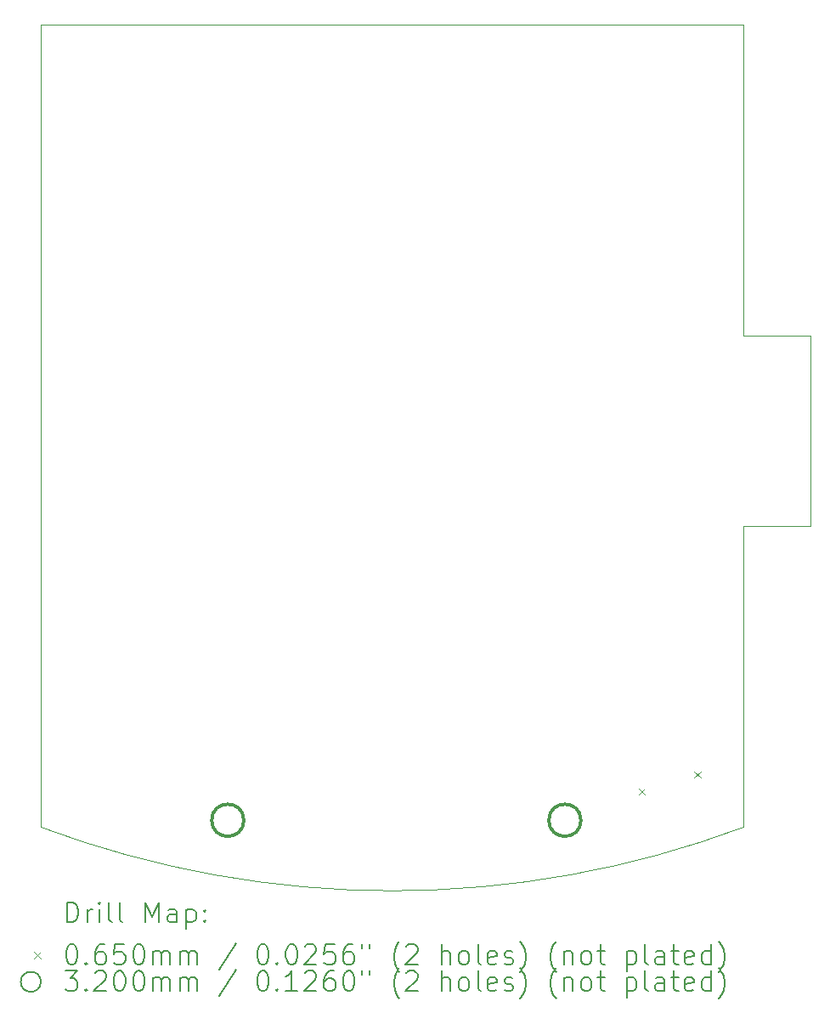
<source format=gbr>
%TF.GenerationSoftware,KiCad,Pcbnew,9.0.2*%
%TF.CreationDate,2025-09-19T20:00:31+02:00*%
%TF.ProjectId,LumiCtrl,4c756d69-4374-4726-9c2e-6b696361645f,rev?*%
%TF.SameCoordinates,Original*%
%TF.FileFunction,Drillmap*%
%TF.FilePolarity,Positive*%
%FSLAX45Y45*%
G04 Gerber Fmt 4.5, Leading zero omitted, Abs format (unit mm)*
G04 Created by KiCad (PCBNEW 9.0.2) date 2025-09-19 20:00:31*
%MOMM*%
%LPD*%
G01*
G04 APERTURE LIST*
%ADD10C,0.050000*%
%ADD11C,0.200000*%
%ADD12C,0.100000*%
%ADD13C,0.320000*%
G04 APERTURE END LIST*
D10*
X19000000Y-13000000D02*
X19000000Y-10000000D01*
X12000000Y-5000000D02*
X19000000Y-5000000D01*
X19000000Y-10000000D02*
X19667000Y-10000000D01*
X19000000Y-8100000D02*
X19667000Y-8100000D01*
X12000000Y-13000000D02*
X12000000Y-5000000D01*
X19667000Y-8100000D02*
X19667000Y-10000000D01*
X19000000Y-8100000D02*
X19000000Y-5000000D01*
X19000000Y-13000000D02*
G75*
G02*
X12000000Y-13000000I-3500000J9360000D01*
G01*
D11*
D12*
X17954965Y-12612878D02*
X18019965Y-12677878D01*
X18019965Y-12612878D02*
X17954965Y-12677878D01*
X18507709Y-12443887D02*
X18572709Y-12508887D01*
X18572709Y-12443887D02*
X18507709Y-12508887D01*
D13*
X14020000Y-12930000D02*
G75*
G02*
X13700000Y-12930000I-160000J0D01*
G01*
X13700000Y-12930000D02*
G75*
G02*
X14020000Y-12930000I160000J0D01*
G01*
X17380000Y-12930000D02*
G75*
G02*
X17060000Y-12930000I-160000J0D01*
G01*
X17060000Y-12930000D02*
G75*
G02*
X17380000Y-12930000I160000J0D01*
G01*
D11*
X12258277Y-13946961D02*
X12258277Y-13746961D01*
X12258277Y-13746961D02*
X12305896Y-13746961D01*
X12305896Y-13746961D02*
X12334467Y-13756485D01*
X12334467Y-13756485D02*
X12353515Y-13775533D01*
X12353515Y-13775533D02*
X12363039Y-13794580D01*
X12363039Y-13794580D02*
X12372562Y-13832675D01*
X12372562Y-13832675D02*
X12372562Y-13861247D01*
X12372562Y-13861247D02*
X12363039Y-13899342D01*
X12363039Y-13899342D02*
X12353515Y-13918390D01*
X12353515Y-13918390D02*
X12334467Y-13937437D01*
X12334467Y-13937437D02*
X12305896Y-13946961D01*
X12305896Y-13946961D02*
X12258277Y-13946961D01*
X12458277Y-13946961D02*
X12458277Y-13813628D01*
X12458277Y-13851723D02*
X12467801Y-13832675D01*
X12467801Y-13832675D02*
X12477324Y-13823152D01*
X12477324Y-13823152D02*
X12496372Y-13813628D01*
X12496372Y-13813628D02*
X12515420Y-13813628D01*
X12582086Y-13946961D02*
X12582086Y-13813628D01*
X12582086Y-13746961D02*
X12572562Y-13756485D01*
X12572562Y-13756485D02*
X12582086Y-13766009D01*
X12582086Y-13766009D02*
X12591610Y-13756485D01*
X12591610Y-13756485D02*
X12582086Y-13746961D01*
X12582086Y-13746961D02*
X12582086Y-13766009D01*
X12705896Y-13946961D02*
X12686848Y-13937437D01*
X12686848Y-13937437D02*
X12677324Y-13918390D01*
X12677324Y-13918390D02*
X12677324Y-13746961D01*
X12810658Y-13946961D02*
X12791610Y-13937437D01*
X12791610Y-13937437D02*
X12782086Y-13918390D01*
X12782086Y-13918390D02*
X12782086Y-13746961D01*
X13039229Y-13946961D02*
X13039229Y-13746961D01*
X13039229Y-13746961D02*
X13105896Y-13889818D01*
X13105896Y-13889818D02*
X13172562Y-13746961D01*
X13172562Y-13746961D02*
X13172562Y-13946961D01*
X13353515Y-13946961D02*
X13353515Y-13842199D01*
X13353515Y-13842199D02*
X13343991Y-13823152D01*
X13343991Y-13823152D02*
X13324943Y-13813628D01*
X13324943Y-13813628D02*
X13286848Y-13813628D01*
X13286848Y-13813628D02*
X13267801Y-13823152D01*
X13353515Y-13937437D02*
X13334467Y-13946961D01*
X13334467Y-13946961D02*
X13286848Y-13946961D01*
X13286848Y-13946961D02*
X13267801Y-13937437D01*
X13267801Y-13937437D02*
X13258277Y-13918390D01*
X13258277Y-13918390D02*
X13258277Y-13899342D01*
X13258277Y-13899342D02*
X13267801Y-13880295D01*
X13267801Y-13880295D02*
X13286848Y-13870771D01*
X13286848Y-13870771D02*
X13334467Y-13870771D01*
X13334467Y-13870771D02*
X13353515Y-13861247D01*
X13448753Y-13813628D02*
X13448753Y-14013628D01*
X13448753Y-13823152D02*
X13467801Y-13813628D01*
X13467801Y-13813628D02*
X13505896Y-13813628D01*
X13505896Y-13813628D02*
X13524943Y-13823152D01*
X13524943Y-13823152D02*
X13534467Y-13832675D01*
X13534467Y-13832675D02*
X13543991Y-13851723D01*
X13543991Y-13851723D02*
X13543991Y-13908866D01*
X13543991Y-13908866D02*
X13534467Y-13927914D01*
X13534467Y-13927914D02*
X13524943Y-13937437D01*
X13524943Y-13937437D02*
X13505896Y-13946961D01*
X13505896Y-13946961D02*
X13467801Y-13946961D01*
X13467801Y-13946961D02*
X13448753Y-13937437D01*
X13629705Y-13927914D02*
X13639229Y-13937437D01*
X13639229Y-13937437D02*
X13629705Y-13946961D01*
X13629705Y-13946961D02*
X13620182Y-13937437D01*
X13620182Y-13937437D02*
X13629705Y-13927914D01*
X13629705Y-13927914D02*
X13629705Y-13946961D01*
X13629705Y-13823152D02*
X13639229Y-13832675D01*
X13639229Y-13832675D02*
X13629705Y-13842199D01*
X13629705Y-13842199D02*
X13620182Y-13832675D01*
X13620182Y-13832675D02*
X13629705Y-13823152D01*
X13629705Y-13823152D02*
X13629705Y-13842199D01*
D12*
X11932500Y-14242977D02*
X11997500Y-14307977D01*
X11997500Y-14242977D02*
X11932500Y-14307977D01*
D11*
X12296372Y-14166961D02*
X12315420Y-14166961D01*
X12315420Y-14166961D02*
X12334467Y-14176485D01*
X12334467Y-14176485D02*
X12343991Y-14186009D01*
X12343991Y-14186009D02*
X12353515Y-14205056D01*
X12353515Y-14205056D02*
X12363039Y-14243152D01*
X12363039Y-14243152D02*
X12363039Y-14290771D01*
X12363039Y-14290771D02*
X12353515Y-14328866D01*
X12353515Y-14328866D02*
X12343991Y-14347914D01*
X12343991Y-14347914D02*
X12334467Y-14357437D01*
X12334467Y-14357437D02*
X12315420Y-14366961D01*
X12315420Y-14366961D02*
X12296372Y-14366961D01*
X12296372Y-14366961D02*
X12277324Y-14357437D01*
X12277324Y-14357437D02*
X12267801Y-14347914D01*
X12267801Y-14347914D02*
X12258277Y-14328866D01*
X12258277Y-14328866D02*
X12248753Y-14290771D01*
X12248753Y-14290771D02*
X12248753Y-14243152D01*
X12248753Y-14243152D02*
X12258277Y-14205056D01*
X12258277Y-14205056D02*
X12267801Y-14186009D01*
X12267801Y-14186009D02*
X12277324Y-14176485D01*
X12277324Y-14176485D02*
X12296372Y-14166961D01*
X12448753Y-14347914D02*
X12458277Y-14357437D01*
X12458277Y-14357437D02*
X12448753Y-14366961D01*
X12448753Y-14366961D02*
X12439229Y-14357437D01*
X12439229Y-14357437D02*
X12448753Y-14347914D01*
X12448753Y-14347914D02*
X12448753Y-14366961D01*
X12629705Y-14166961D02*
X12591610Y-14166961D01*
X12591610Y-14166961D02*
X12572562Y-14176485D01*
X12572562Y-14176485D02*
X12563039Y-14186009D01*
X12563039Y-14186009D02*
X12543991Y-14214580D01*
X12543991Y-14214580D02*
X12534467Y-14252675D01*
X12534467Y-14252675D02*
X12534467Y-14328866D01*
X12534467Y-14328866D02*
X12543991Y-14347914D01*
X12543991Y-14347914D02*
X12553515Y-14357437D01*
X12553515Y-14357437D02*
X12572562Y-14366961D01*
X12572562Y-14366961D02*
X12610658Y-14366961D01*
X12610658Y-14366961D02*
X12629705Y-14357437D01*
X12629705Y-14357437D02*
X12639229Y-14347914D01*
X12639229Y-14347914D02*
X12648753Y-14328866D01*
X12648753Y-14328866D02*
X12648753Y-14281247D01*
X12648753Y-14281247D02*
X12639229Y-14262199D01*
X12639229Y-14262199D02*
X12629705Y-14252675D01*
X12629705Y-14252675D02*
X12610658Y-14243152D01*
X12610658Y-14243152D02*
X12572562Y-14243152D01*
X12572562Y-14243152D02*
X12553515Y-14252675D01*
X12553515Y-14252675D02*
X12543991Y-14262199D01*
X12543991Y-14262199D02*
X12534467Y-14281247D01*
X12829705Y-14166961D02*
X12734467Y-14166961D01*
X12734467Y-14166961D02*
X12724943Y-14262199D01*
X12724943Y-14262199D02*
X12734467Y-14252675D01*
X12734467Y-14252675D02*
X12753515Y-14243152D01*
X12753515Y-14243152D02*
X12801134Y-14243152D01*
X12801134Y-14243152D02*
X12820182Y-14252675D01*
X12820182Y-14252675D02*
X12829705Y-14262199D01*
X12829705Y-14262199D02*
X12839229Y-14281247D01*
X12839229Y-14281247D02*
X12839229Y-14328866D01*
X12839229Y-14328866D02*
X12829705Y-14347914D01*
X12829705Y-14347914D02*
X12820182Y-14357437D01*
X12820182Y-14357437D02*
X12801134Y-14366961D01*
X12801134Y-14366961D02*
X12753515Y-14366961D01*
X12753515Y-14366961D02*
X12734467Y-14357437D01*
X12734467Y-14357437D02*
X12724943Y-14347914D01*
X12963039Y-14166961D02*
X12982086Y-14166961D01*
X12982086Y-14166961D02*
X13001134Y-14176485D01*
X13001134Y-14176485D02*
X13010658Y-14186009D01*
X13010658Y-14186009D02*
X13020182Y-14205056D01*
X13020182Y-14205056D02*
X13029705Y-14243152D01*
X13029705Y-14243152D02*
X13029705Y-14290771D01*
X13029705Y-14290771D02*
X13020182Y-14328866D01*
X13020182Y-14328866D02*
X13010658Y-14347914D01*
X13010658Y-14347914D02*
X13001134Y-14357437D01*
X13001134Y-14357437D02*
X12982086Y-14366961D01*
X12982086Y-14366961D02*
X12963039Y-14366961D01*
X12963039Y-14366961D02*
X12943991Y-14357437D01*
X12943991Y-14357437D02*
X12934467Y-14347914D01*
X12934467Y-14347914D02*
X12924943Y-14328866D01*
X12924943Y-14328866D02*
X12915420Y-14290771D01*
X12915420Y-14290771D02*
X12915420Y-14243152D01*
X12915420Y-14243152D02*
X12924943Y-14205056D01*
X12924943Y-14205056D02*
X12934467Y-14186009D01*
X12934467Y-14186009D02*
X12943991Y-14176485D01*
X12943991Y-14176485D02*
X12963039Y-14166961D01*
X13115420Y-14366961D02*
X13115420Y-14233628D01*
X13115420Y-14252675D02*
X13124943Y-14243152D01*
X13124943Y-14243152D02*
X13143991Y-14233628D01*
X13143991Y-14233628D02*
X13172563Y-14233628D01*
X13172563Y-14233628D02*
X13191610Y-14243152D01*
X13191610Y-14243152D02*
X13201134Y-14262199D01*
X13201134Y-14262199D02*
X13201134Y-14366961D01*
X13201134Y-14262199D02*
X13210658Y-14243152D01*
X13210658Y-14243152D02*
X13229705Y-14233628D01*
X13229705Y-14233628D02*
X13258277Y-14233628D01*
X13258277Y-14233628D02*
X13277324Y-14243152D01*
X13277324Y-14243152D02*
X13286848Y-14262199D01*
X13286848Y-14262199D02*
X13286848Y-14366961D01*
X13382086Y-14366961D02*
X13382086Y-14233628D01*
X13382086Y-14252675D02*
X13391610Y-14243152D01*
X13391610Y-14243152D02*
X13410658Y-14233628D01*
X13410658Y-14233628D02*
X13439229Y-14233628D01*
X13439229Y-14233628D02*
X13458277Y-14243152D01*
X13458277Y-14243152D02*
X13467801Y-14262199D01*
X13467801Y-14262199D02*
X13467801Y-14366961D01*
X13467801Y-14262199D02*
X13477324Y-14243152D01*
X13477324Y-14243152D02*
X13496372Y-14233628D01*
X13496372Y-14233628D02*
X13524943Y-14233628D01*
X13524943Y-14233628D02*
X13543991Y-14243152D01*
X13543991Y-14243152D02*
X13553515Y-14262199D01*
X13553515Y-14262199D02*
X13553515Y-14366961D01*
X13943991Y-14157437D02*
X13772563Y-14414580D01*
X14201134Y-14166961D02*
X14220182Y-14166961D01*
X14220182Y-14166961D02*
X14239229Y-14176485D01*
X14239229Y-14176485D02*
X14248753Y-14186009D01*
X14248753Y-14186009D02*
X14258277Y-14205056D01*
X14258277Y-14205056D02*
X14267801Y-14243152D01*
X14267801Y-14243152D02*
X14267801Y-14290771D01*
X14267801Y-14290771D02*
X14258277Y-14328866D01*
X14258277Y-14328866D02*
X14248753Y-14347914D01*
X14248753Y-14347914D02*
X14239229Y-14357437D01*
X14239229Y-14357437D02*
X14220182Y-14366961D01*
X14220182Y-14366961D02*
X14201134Y-14366961D01*
X14201134Y-14366961D02*
X14182086Y-14357437D01*
X14182086Y-14357437D02*
X14172563Y-14347914D01*
X14172563Y-14347914D02*
X14163039Y-14328866D01*
X14163039Y-14328866D02*
X14153515Y-14290771D01*
X14153515Y-14290771D02*
X14153515Y-14243152D01*
X14153515Y-14243152D02*
X14163039Y-14205056D01*
X14163039Y-14205056D02*
X14172563Y-14186009D01*
X14172563Y-14186009D02*
X14182086Y-14176485D01*
X14182086Y-14176485D02*
X14201134Y-14166961D01*
X14353515Y-14347914D02*
X14363039Y-14357437D01*
X14363039Y-14357437D02*
X14353515Y-14366961D01*
X14353515Y-14366961D02*
X14343991Y-14357437D01*
X14343991Y-14357437D02*
X14353515Y-14347914D01*
X14353515Y-14347914D02*
X14353515Y-14366961D01*
X14486848Y-14166961D02*
X14505896Y-14166961D01*
X14505896Y-14166961D02*
X14524944Y-14176485D01*
X14524944Y-14176485D02*
X14534467Y-14186009D01*
X14534467Y-14186009D02*
X14543991Y-14205056D01*
X14543991Y-14205056D02*
X14553515Y-14243152D01*
X14553515Y-14243152D02*
X14553515Y-14290771D01*
X14553515Y-14290771D02*
X14543991Y-14328866D01*
X14543991Y-14328866D02*
X14534467Y-14347914D01*
X14534467Y-14347914D02*
X14524944Y-14357437D01*
X14524944Y-14357437D02*
X14505896Y-14366961D01*
X14505896Y-14366961D02*
X14486848Y-14366961D01*
X14486848Y-14366961D02*
X14467801Y-14357437D01*
X14467801Y-14357437D02*
X14458277Y-14347914D01*
X14458277Y-14347914D02*
X14448753Y-14328866D01*
X14448753Y-14328866D02*
X14439229Y-14290771D01*
X14439229Y-14290771D02*
X14439229Y-14243152D01*
X14439229Y-14243152D02*
X14448753Y-14205056D01*
X14448753Y-14205056D02*
X14458277Y-14186009D01*
X14458277Y-14186009D02*
X14467801Y-14176485D01*
X14467801Y-14176485D02*
X14486848Y-14166961D01*
X14629706Y-14186009D02*
X14639229Y-14176485D01*
X14639229Y-14176485D02*
X14658277Y-14166961D01*
X14658277Y-14166961D02*
X14705896Y-14166961D01*
X14705896Y-14166961D02*
X14724944Y-14176485D01*
X14724944Y-14176485D02*
X14734467Y-14186009D01*
X14734467Y-14186009D02*
X14743991Y-14205056D01*
X14743991Y-14205056D02*
X14743991Y-14224104D01*
X14743991Y-14224104D02*
X14734467Y-14252675D01*
X14734467Y-14252675D02*
X14620182Y-14366961D01*
X14620182Y-14366961D02*
X14743991Y-14366961D01*
X14924944Y-14166961D02*
X14829706Y-14166961D01*
X14829706Y-14166961D02*
X14820182Y-14262199D01*
X14820182Y-14262199D02*
X14829706Y-14252675D01*
X14829706Y-14252675D02*
X14848753Y-14243152D01*
X14848753Y-14243152D02*
X14896372Y-14243152D01*
X14896372Y-14243152D02*
X14915420Y-14252675D01*
X14915420Y-14252675D02*
X14924944Y-14262199D01*
X14924944Y-14262199D02*
X14934467Y-14281247D01*
X14934467Y-14281247D02*
X14934467Y-14328866D01*
X14934467Y-14328866D02*
X14924944Y-14347914D01*
X14924944Y-14347914D02*
X14915420Y-14357437D01*
X14915420Y-14357437D02*
X14896372Y-14366961D01*
X14896372Y-14366961D02*
X14848753Y-14366961D01*
X14848753Y-14366961D02*
X14829706Y-14357437D01*
X14829706Y-14357437D02*
X14820182Y-14347914D01*
X15105896Y-14166961D02*
X15067801Y-14166961D01*
X15067801Y-14166961D02*
X15048753Y-14176485D01*
X15048753Y-14176485D02*
X15039229Y-14186009D01*
X15039229Y-14186009D02*
X15020182Y-14214580D01*
X15020182Y-14214580D02*
X15010658Y-14252675D01*
X15010658Y-14252675D02*
X15010658Y-14328866D01*
X15010658Y-14328866D02*
X15020182Y-14347914D01*
X15020182Y-14347914D02*
X15029706Y-14357437D01*
X15029706Y-14357437D02*
X15048753Y-14366961D01*
X15048753Y-14366961D02*
X15086848Y-14366961D01*
X15086848Y-14366961D02*
X15105896Y-14357437D01*
X15105896Y-14357437D02*
X15115420Y-14347914D01*
X15115420Y-14347914D02*
X15124944Y-14328866D01*
X15124944Y-14328866D02*
X15124944Y-14281247D01*
X15124944Y-14281247D02*
X15115420Y-14262199D01*
X15115420Y-14262199D02*
X15105896Y-14252675D01*
X15105896Y-14252675D02*
X15086848Y-14243152D01*
X15086848Y-14243152D02*
X15048753Y-14243152D01*
X15048753Y-14243152D02*
X15029706Y-14252675D01*
X15029706Y-14252675D02*
X15020182Y-14262199D01*
X15020182Y-14262199D02*
X15010658Y-14281247D01*
X15201134Y-14166961D02*
X15201134Y-14205056D01*
X15277325Y-14166961D02*
X15277325Y-14205056D01*
X15572563Y-14443152D02*
X15563039Y-14433628D01*
X15563039Y-14433628D02*
X15543991Y-14405056D01*
X15543991Y-14405056D02*
X15534468Y-14386009D01*
X15534468Y-14386009D02*
X15524944Y-14357437D01*
X15524944Y-14357437D02*
X15515420Y-14309818D01*
X15515420Y-14309818D02*
X15515420Y-14271723D01*
X15515420Y-14271723D02*
X15524944Y-14224104D01*
X15524944Y-14224104D02*
X15534468Y-14195533D01*
X15534468Y-14195533D02*
X15543991Y-14176485D01*
X15543991Y-14176485D02*
X15563039Y-14147914D01*
X15563039Y-14147914D02*
X15572563Y-14138390D01*
X15639229Y-14186009D02*
X15648753Y-14176485D01*
X15648753Y-14176485D02*
X15667801Y-14166961D01*
X15667801Y-14166961D02*
X15715420Y-14166961D01*
X15715420Y-14166961D02*
X15734468Y-14176485D01*
X15734468Y-14176485D02*
X15743991Y-14186009D01*
X15743991Y-14186009D02*
X15753515Y-14205056D01*
X15753515Y-14205056D02*
X15753515Y-14224104D01*
X15753515Y-14224104D02*
X15743991Y-14252675D01*
X15743991Y-14252675D02*
X15629706Y-14366961D01*
X15629706Y-14366961D02*
X15753515Y-14366961D01*
X15991610Y-14366961D02*
X15991610Y-14166961D01*
X16077325Y-14366961D02*
X16077325Y-14262199D01*
X16077325Y-14262199D02*
X16067801Y-14243152D01*
X16067801Y-14243152D02*
X16048753Y-14233628D01*
X16048753Y-14233628D02*
X16020182Y-14233628D01*
X16020182Y-14233628D02*
X16001134Y-14243152D01*
X16001134Y-14243152D02*
X15991610Y-14252675D01*
X16201134Y-14366961D02*
X16182087Y-14357437D01*
X16182087Y-14357437D02*
X16172563Y-14347914D01*
X16172563Y-14347914D02*
X16163039Y-14328866D01*
X16163039Y-14328866D02*
X16163039Y-14271723D01*
X16163039Y-14271723D02*
X16172563Y-14252675D01*
X16172563Y-14252675D02*
X16182087Y-14243152D01*
X16182087Y-14243152D02*
X16201134Y-14233628D01*
X16201134Y-14233628D02*
X16229706Y-14233628D01*
X16229706Y-14233628D02*
X16248753Y-14243152D01*
X16248753Y-14243152D02*
X16258277Y-14252675D01*
X16258277Y-14252675D02*
X16267801Y-14271723D01*
X16267801Y-14271723D02*
X16267801Y-14328866D01*
X16267801Y-14328866D02*
X16258277Y-14347914D01*
X16258277Y-14347914D02*
X16248753Y-14357437D01*
X16248753Y-14357437D02*
X16229706Y-14366961D01*
X16229706Y-14366961D02*
X16201134Y-14366961D01*
X16382087Y-14366961D02*
X16363039Y-14357437D01*
X16363039Y-14357437D02*
X16353515Y-14338390D01*
X16353515Y-14338390D02*
X16353515Y-14166961D01*
X16534468Y-14357437D02*
X16515420Y-14366961D01*
X16515420Y-14366961D02*
X16477325Y-14366961D01*
X16477325Y-14366961D02*
X16458277Y-14357437D01*
X16458277Y-14357437D02*
X16448753Y-14338390D01*
X16448753Y-14338390D02*
X16448753Y-14262199D01*
X16448753Y-14262199D02*
X16458277Y-14243152D01*
X16458277Y-14243152D02*
X16477325Y-14233628D01*
X16477325Y-14233628D02*
X16515420Y-14233628D01*
X16515420Y-14233628D02*
X16534468Y-14243152D01*
X16534468Y-14243152D02*
X16543991Y-14262199D01*
X16543991Y-14262199D02*
X16543991Y-14281247D01*
X16543991Y-14281247D02*
X16448753Y-14300295D01*
X16620182Y-14357437D02*
X16639230Y-14366961D01*
X16639230Y-14366961D02*
X16677325Y-14366961D01*
X16677325Y-14366961D02*
X16696372Y-14357437D01*
X16696372Y-14357437D02*
X16705896Y-14338390D01*
X16705896Y-14338390D02*
X16705896Y-14328866D01*
X16705896Y-14328866D02*
X16696372Y-14309818D01*
X16696372Y-14309818D02*
X16677325Y-14300295D01*
X16677325Y-14300295D02*
X16648753Y-14300295D01*
X16648753Y-14300295D02*
X16629706Y-14290771D01*
X16629706Y-14290771D02*
X16620182Y-14271723D01*
X16620182Y-14271723D02*
X16620182Y-14262199D01*
X16620182Y-14262199D02*
X16629706Y-14243152D01*
X16629706Y-14243152D02*
X16648753Y-14233628D01*
X16648753Y-14233628D02*
X16677325Y-14233628D01*
X16677325Y-14233628D02*
X16696372Y-14243152D01*
X16772563Y-14443152D02*
X16782087Y-14433628D01*
X16782087Y-14433628D02*
X16801134Y-14405056D01*
X16801134Y-14405056D02*
X16810658Y-14386009D01*
X16810658Y-14386009D02*
X16820182Y-14357437D01*
X16820182Y-14357437D02*
X16829706Y-14309818D01*
X16829706Y-14309818D02*
X16829706Y-14271723D01*
X16829706Y-14271723D02*
X16820182Y-14224104D01*
X16820182Y-14224104D02*
X16810658Y-14195533D01*
X16810658Y-14195533D02*
X16801134Y-14176485D01*
X16801134Y-14176485D02*
X16782087Y-14147914D01*
X16782087Y-14147914D02*
X16772563Y-14138390D01*
X17134468Y-14443152D02*
X17124944Y-14433628D01*
X17124944Y-14433628D02*
X17105896Y-14405056D01*
X17105896Y-14405056D02*
X17096373Y-14386009D01*
X17096373Y-14386009D02*
X17086849Y-14357437D01*
X17086849Y-14357437D02*
X17077325Y-14309818D01*
X17077325Y-14309818D02*
X17077325Y-14271723D01*
X17077325Y-14271723D02*
X17086849Y-14224104D01*
X17086849Y-14224104D02*
X17096373Y-14195533D01*
X17096373Y-14195533D02*
X17105896Y-14176485D01*
X17105896Y-14176485D02*
X17124944Y-14147914D01*
X17124944Y-14147914D02*
X17134468Y-14138390D01*
X17210658Y-14233628D02*
X17210658Y-14366961D01*
X17210658Y-14252675D02*
X17220182Y-14243152D01*
X17220182Y-14243152D02*
X17239230Y-14233628D01*
X17239230Y-14233628D02*
X17267801Y-14233628D01*
X17267801Y-14233628D02*
X17286849Y-14243152D01*
X17286849Y-14243152D02*
X17296373Y-14262199D01*
X17296373Y-14262199D02*
X17296373Y-14366961D01*
X17420182Y-14366961D02*
X17401134Y-14357437D01*
X17401134Y-14357437D02*
X17391611Y-14347914D01*
X17391611Y-14347914D02*
X17382087Y-14328866D01*
X17382087Y-14328866D02*
X17382087Y-14271723D01*
X17382087Y-14271723D02*
X17391611Y-14252675D01*
X17391611Y-14252675D02*
X17401134Y-14243152D01*
X17401134Y-14243152D02*
X17420182Y-14233628D01*
X17420182Y-14233628D02*
X17448754Y-14233628D01*
X17448754Y-14233628D02*
X17467801Y-14243152D01*
X17467801Y-14243152D02*
X17477325Y-14252675D01*
X17477325Y-14252675D02*
X17486849Y-14271723D01*
X17486849Y-14271723D02*
X17486849Y-14328866D01*
X17486849Y-14328866D02*
X17477325Y-14347914D01*
X17477325Y-14347914D02*
X17467801Y-14357437D01*
X17467801Y-14357437D02*
X17448754Y-14366961D01*
X17448754Y-14366961D02*
X17420182Y-14366961D01*
X17543992Y-14233628D02*
X17620182Y-14233628D01*
X17572563Y-14166961D02*
X17572563Y-14338390D01*
X17572563Y-14338390D02*
X17582087Y-14357437D01*
X17582087Y-14357437D02*
X17601134Y-14366961D01*
X17601134Y-14366961D02*
X17620182Y-14366961D01*
X17839230Y-14233628D02*
X17839230Y-14433628D01*
X17839230Y-14243152D02*
X17858277Y-14233628D01*
X17858277Y-14233628D02*
X17896373Y-14233628D01*
X17896373Y-14233628D02*
X17915420Y-14243152D01*
X17915420Y-14243152D02*
X17924944Y-14252675D01*
X17924944Y-14252675D02*
X17934468Y-14271723D01*
X17934468Y-14271723D02*
X17934468Y-14328866D01*
X17934468Y-14328866D02*
X17924944Y-14347914D01*
X17924944Y-14347914D02*
X17915420Y-14357437D01*
X17915420Y-14357437D02*
X17896373Y-14366961D01*
X17896373Y-14366961D02*
X17858277Y-14366961D01*
X17858277Y-14366961D02*
X17839230Y-14357437D01*
X18048754Y-14366961D02*
X18029706Y-14357437D01*
X18029706Y-14357437D02*
X18020182Y-14338390D01*
X18020182Y-14338390D02*
X18020182Y-14166961D01*
X18210658Y-14366961D02*
X18210658Y-14262199D01*
X18210658Y-14262199D02*
X18201135Y-14243152D01*
X18201135Y-14243152D02*
X18182087Y-14233628D01*
X18182087Y-14233628D02*
X18143992Y-14233628D01*
X18143992Y-14233628D02*
X18124944Y-14243152D01*
X18210658Y-14357437D02*
X18191611Y-14366961D01*
X18191611Y-14366961D02*
X18143992Y-14366961D01*
X18143992Y-14366961D02*
X18124944Y-14357437D01*
X18124944Y-14357437D02*
X18115420Y-14338390D01*
X18115420Y-14338390D02*
X18115420Y-14319342D01*
X18115420Y-14319342D02*
X18124944Y-14300295D01*
X18124944Y-14300295D02*
X18143992Y-14290771D01*
X18143992Y-14290771D02*
X18191611Y-14290771D01*
X18191611Y-14290771D02*
X18210658Y-14281247D01*
X18277325Y-14233628D02*
X18353515Y-14233628D01*
X18305896Y-14166961D02*
X18305896Y-14338390D01*
X18305896Y-14338390D02*
X18315420Y-14357437D01*
X18315420Y-14357437D02*
X18334468Y-14366961D01*
X18334468Y-14366961D02*
X18353515Y-14366961D01*
X18496373Y-14357437D02*
X18477325Y-14366961D01*
X18477325Y-14366961D02*
X18439230Y-14366961D01*
X18439230Y-14366961D02*
X18420182Y-14357437D01*
X18420182Y-14357437D02*
X18410658Y-14338390D01*
X18410658Y-14338390D02*
X18410658Y-14262199D01*
X18410658Y-14262199D02*
X18420182Y-14243152D01*
X18420182Y-14243152D02*
X18439230Y-14233628D01*
X18439230Y-14233628D02*
X18477325Y-14233628D01*
X18477325Y-14233628D02*
X18496373Y-14243152D01*
X18496373Y-14243152D02*
X18505896Y-14262199D01*
X18505896Y-14262199D02*
X18505896Y-14281247D01*
X18505896Y-14281247D02*
X18410658Y-14300295D01*
X18677325Y-14366961D02*
X18677325Y-14166961D01*
X18677325Y-14357437D02*
X18658277Y-14366961D01*
X18658277Y-14366961D02*
X18620182Y-14366961D01*
X18620182Y-14366961D02*
X18601135Y-14357437D01*
X18601135Y-14357437D02*
X18591611Y-14347914D01*
X18591611Y-14347914D02*
X18582087Y-14328866D01*
X18582087Y-14328866D02*
X18582087Y-14271723D01*
X18582087Y-14271723D02*
X18591611Y-14252675D01*
X18591611Y-14252675D02*
X18601135Y-14243152D01*
X18601135Y-14243152D02*
X18620182Y-14233628D01*
X18620182Y-14233628D02*
X18658277Y-14233628D01*
X18658277Y-14233628D02*
X18677325Y-14243152D01*
X18753516Y-14443152D02*
X18763039Y-14433628D01*
X18763039Y-14433628D02*
X18782087Y-14405056D01*
X18782087Y-14405056D02*
X18791611Y-14386009D01*
X18791611Y-14386009D02*
X18801135Y-14357437D01*
X18801135Y-14357437D02*
X18810658Y-14309818D01*
X18810658Y-14309818D02*
X18810658Y-14271723D01*
X18810658Y-14271723D02*
X18801135Y-14224104D01*
X18801135Y-14224104D02*
X18791611Y-14195533D01*
X18791611Y-14195533D02*
X18782087Y-14176485D01*
X18782087Y-14176485D02*
X18763039Y-14147914D01*
X18763039Y-14147914D02*
X18753516Y-14138390D01*
X11997500Y-14539477D02*
G75*
G02*
X11797500Y-14539477I-100000J0D01*
G01*
X11797500Y-14539477D02*
G75*
G02*
X11997500Y-14539477I100000J0D01*
G01*
X12239229Y-14430961D02*
X12363039Y-14430961D01*
X12363039Y-14430961D02*
X12296372Y-14507152D01*
X12296372Y-14507152D02*
X12324943Y-14507152D01*
X12324943Y-14507152D02*
X12343991Y-14516675D01*
X12343991Y-14516675D02*
X12353515Y-14526199D01*
X12353515Y-14526199D02*
X12363039Y-14545247D01*
X12363039Y-14545247D02*
X12363039Y-14592866D01*
X12363039Y-14592866D02*
X12353515Y-14611914D01*
X12353515Y-14611914D02*
X12343991Y-14621437D01*
X12343991Y-14621437D02*
X12324943Y-14630961D01*
X12324943Y-14630961D02*
X12267801Y-14630961D01*
X12267801Y-14630961D02*
X12248753Y-14621437D01*
X12248753Y-14621437D02*
X12239229Y-14611914D01*
X12448753Y-14611914D02*
X12458277Y-14621437D01*
X12458277Y-14621437D02*
X12448753Y-14630961D01*
X12448753Y-14630961D02*
X12439229Y-14621437D01*
X12439229Y-14621437D02*
X12448753Y-14611914D01*
X12448753Y-14611914D02*
X12448753Y-14630961D01*
X12534467Y-14450009D02*
X12543991Y-14440485D01*
X12543991Y-14440485D02*
X12563039Y-14430961D01*
X12563039Y-14430961D02*
X12610658Y-14430961D01*
X12610658Y-14430961D02*
X12629705Y-14440485D01*
X12629705Y-14440485D02*
X12639229Y-14450009D01*
X12639229Y-14450009D02*
X12648753Y-14469056D01*
X12648753Y-14469056D02*
X12648753Y-14488104D01*
X12648753Y-14488104D02*
X12639229Y-14516675D01*
X12639229Y-14516675D02*
X12524943Y-14630961D01*
X12524943Y-14630961D02*
X12648753Y-14630961D01*
X12772562Y-14430961D02*
X12791610Y-14430961D01*
X12791610Y-14430961D02*
X12810658Y-14440485D01*
X12810658Y-14440485D02*
X12820182Y-14450009D01*
X12820182Y-14450009D02*
X12829705Y-14469056D01*
X12829705Y-14469056D02*
X12839229Y-14507152D01*
X12839229Y-14507152D02*
X12839229Y-14554771D01*
X12839229Y-14554771D02*
X12829705Y-14592866D01*
X12829705Y-14592866D02*
X12820182Y-14611914D01*
X12820182Y-14611914D02*
X12810658Y-14621437D01*
X12810658Y-14621437D02*
X12791610Y-14630961D01*
X12791610Y-14630961D02*
X12772562Y-14630961D01*
X12772562Y-14630961D02*
X12753515Y-14621437D01*
X12753515Y-14621437D02*
X12743991Y-14611914D01*
X12743991Y-14611914D02*
X12734467Y-14592866D01*
X12734467Y-14592866D02*
X12724943Y-14554771D01*
X12724943Y-14554771D02*
X12724943Y-14507152D01*
X12724943Y-14507152D02*
X12734467Y-14469056D01*
X12734467Y-14469056D02*
X12743991Y-14450009D01*
X12743991Y-14450009D02*
X12753515Y-14440485D01*
X12753515Y-14440485D02*
X12772562Y-14430961D01*
X12963039Y-14430961D02*
X12982086Y-14430961D01*
X12982086Y-14430961D02*
X13001134Y-14440485D01*
X13001134Y-14440485D02*
X13010658Y-14450009D01*
X13010658Y-14450009D02*
X13020182Y-14469056D01*
X13020182Y-14469056D02*
X13029705Y-14507152D01*
X13029705Y-14507152D02*
X13029705Y-14554771D01*
X13029705Y-14554771D02*
X13020182Y-14592866D01*
X13020182Y-14592866D02*
X13010658Y-14611914D01*
X13010658Y-14611914D02*
X13001134Y-14621437D01*
X13001134Y-14621437D02*
X12982086Y-14630961D01*
X12982086Y-14630961D02*
X12963039Y-14630961D01*
X12963039Y-14630961D02*
X12943991Y-14621437D01*
X12943991Y-14621437D02*
X12934467Y-14611914D01*
X12934467Y-14611914D02*
X12924943Y-14592866D01*
X12924943Y-14592866D02*
X12915420Y-14554771D01*
X12915420Y-14554771D02*
X12915420Y-14507152D01*
X12915420Y-14507152D02*
X12924943Y-14469056D01*
X12924943Y-14469056D02*
X12934467Y-14450009D01*
X12934467Y-14450009D02*
X12943991Y-14440485D01*
X12943991Y-14440485D02*
X12963039Y-14430961D01*
X13115420Y-14630961D02*
X13115420Y-14497628D01*
X13115420Y-14516675D02*
X13124943Y-14507152D01*
X13124943Y-14507152D02*
X13143991Y-14497628D01*
X13143991Y-14497628D02*
X13172563Y-14497628D01*
X13172563Y-14497628D02*
X13191610Y-14507152D01*
X13191610Y-14507152D02*
X13201134Y-14526199D01*
X13201134Y-14526199D02*
X13201134Y-14630961D01*
X13201134Y-14526199D02*
X13210658Y-14507152D01*
X13210658Y-14507152D02*
X13229705Y-14497628D01*
X13229705Y-14497628D02*
X13258277Y-14497628D01*
X13258277Y-14497628D02*
X13277324Y-14507152D01*
X13277324Y-14507152D02*
X13286848Y-14526199D01*
X13286848Y-14526199D02*
X13286848Y-14630961D01*
X13382086Y-14630961D02*
X13382086Y-14497628D01*
X13382086Y-14516675D02*
X13391610Y-14507152D01*
X13391610Y-14507152D02*
X13410658Y-14497628D01*
X13410658Y-14497628D02*
X13439229Y-14497628D01*
X13439229Y-14497628D02*
X13458277Y-14507152D01*
X13458277Y-14507152D02*
X13467801Y-14526199D01*
X13467801Y-14526199D02*
X13467801Y-14630961D01*
X13467801Y-14526199D02*
X13477324Y-14507152D01*
X13477324Y-14507152D02*
X13496372Y-14497628D01*
X13496372Y-14497628D02*
X13524943Y-14497628D01*
X13524943Y-14497628D02*
X13543991Y-14507152D01*
X13543991Y-14507152D02*
X13553515Y-14526199D01*
X13553515Y-14526199D02*
X13553515Y-14630961D01*
X13943991Y-14421437D02*
X13772563Y-14678580D01*
X14201134Y-14430961D02*
X14220182Y-14430961D01*
X14220182Y-14430961D02*
X14239229Y-14440485D01*
X14239229Y-14440485D02*
X14248753Y-14450009D01*
X14248753Y-14450009D02*
X14258277Y-14469056D01*
X14258277Y-14469056D02*
X14267801Y-14507152D01*
X14267801Y-14507152D02*
X14267801Y-14554771D01*
X14267801Y-14554771D02*
X14258277Y-14592866D01*
X14258277Y-14592866D02*
X14248753Y-14611914D01*
X14248753Y-14611914D02*
X14239229Y-14621437D01*
X14239229Y-14621437D02*
X14220182Y-14630961D01*
X14220182Y-14630961D02*
X14201134Y-14630961D01*
X14201134Y-14630961D02*
X14182086Y-14621437D01*
X14182086Y-14621437D02*
X14172563Y-14611914D01*
X14172563Y-14611914D02*
X14163039Y-14592866D01*
X14163039Y-14592866D02*
X14153515Y-14554771D01*
X14153515Y-14554771D02*
X14153515Y-14507152D01*
X14153515Y-14507152D02*
X14163039Y-14469056D01*
X14163039Y-14469056D02*
X14172563Y-14450009D01*
X14172563Y-14450009D02*
X14182086Y-14440485D01*
X14182086Y-14440485D02*
X14201134Y-14430961D01*
X14353515Y-14611914D02*
X14363039Y-14621437D01*
X14363039Y-14621437D02*
X14353515Y-14630961D01*
X14353515Y-14630961D02*
X14343991Y-14621437D01*
X14343991Y-14621437D02*
X14353515Y-14611914D01*
X14353515Y-14611914D02*
X14353515Y-14630961D01*
X14553515Y-14630961D02*
X14439229Y-14630961D01*
X14496372Y-14630961D02*
X14496372Y-14430961D01*
X14496372Y-14430961D02*
X14477325Y-14459533D01*
X14477325Y-14459533D02*
X14458277Y-14478580D01*
X14458277Y-14478580D02*
X14439229Y-14488104D01*
X14629706Y-14450009D02*
X14639229Y-14440485D01*
X14639229Y-14440485D02*
X14658277Y-14430961D01*
X14658277Y-14430961D02*
X14705896Y-14430961D01*
X14705896Y-14430961D02*
X14724944Y-14440485D01*
X14724944Y-14440485D02*
X14734467Y-14450009D01*
X14734467Y-14450009D02*
X14743991Y-14469056D01*
X14743991Y-14469056D02*
X14743991Y-14488104D01*
X14743991Y-14488104D02*
X14734467Y-14516675D01*
X14734467Y-14516675D02*
X14620182Y-14630961D01*
X14620182Y-14630961D02*
X14743991Y-14630961D01*
X14915420Y-14430961D02*
X14877325Y-14430961D01*
X14877325Y-14430961D02*
X14858277Y-14440485D01*
X14858277Y-14440485D02*
X14848753Y-14450009D01*
X14848753Y-14450009D02*
X14829706Y-14478580D01*
X14829706Y-14478580D02*
X14820182Y-14516675D01*
X14820182Y-14516675D02*
X14820182Y-14592866D01*
X14820182Y-14592866D02*
X14829706Y-14611914D01*
X14829706Y-14611914D02*
X14839229Y-14621437D01*
X14839229Y-14621437D02*
X14858277Y-14630961D01*
X14858277Y-14630961D02*
X14896372Y-14630961D01*
X14896372Y-14630961D02*
X14915420Y-14621437D01*
X14915420Y-14621437D02*
X14924944Y-14611914D01*
X14924944Y-14611914D02*
X14934467Y-14592866D01*
X14934467Y-14592866D02*
X14934467Y-14545247D01*
X14934467Y-14545247D02*
X14924944Y-14526199D01*
X14924944Y-14526199D02*
X14915420Y-14516675D01*
X14915420Y-14516675D02*
X14896372Y-14507152D01*
X14896372Y-14507152D02*
X14858277Y-14507152D01*
X14858277Y-14507152D02*
X14839229Y-14516675D01*
X14839229Y-14516675D02*
X14829706Y-14526199D01*
X14829706Y-14526199D02*
X14820182Y-14545247D01*
X15058277Y-14430961D02*
X15077325Y-14430961D01*
X15077325Y-14430961D02*
X15096372Y-14440485D01*
X15096372Y-14440485D02*
X15105896Y-14450009D01*
X15105896Y-14450009D02*
X15115420Y-14469056D01*
X15115420Y-14469056D02*
X15124944Y-14507152D01*
X15124944Y-14507152D02*
X15124944Y-14554771D01*
X15124944Y-14554771D02*
X15115420Y-14592866D01*
X15115420Y-14592866D02*
X15105896Y-14611914D01*
X15105896Y-14611914D02*
X15096372Y-14621437D01*
X15096372Y-14621437D02*
X15077325Y-14630961D01*
X15077325Y-14630961D02*
X15058277Y-14630961D01*
X15058277Y-14630961D02*
X15039229Y-14621437D01*
X15039229Y-14621437D02*
X15029706Y-14611914D01*
X15029706Y-14611914D02*
X15020182Y-14592866D01*
X15020182Y-14592866D02*
X15010658Y-14554771D01*
X15010658Y-14554771D02*
X15010658Y-14507152D01*
X15010658Y-14507152D02*
X15020182Y-14469056D01*
X15020182Y-14469056D02*
X15029706Y-14450009D01*
X15029706Y-14450009D02*
X15039229Y-14440485D01*
X15039229Y-14440485D02*
X15058277Y-14430961D01*
X15201134Y-14430961D02*
X15201134Y-14469056D01*
X15277325Y-14430961D02*
X15277325Y-14469056D01*
X15572563Y-14707152D02*
X15563039Y-14697628D01*
X15563039Y-14697628D02*
X15543991Y-14669056D01*
X15543991Y-14669056D02*
X15534468Y-14650009D01*
X15534468Y-14650009D02*
X15524944Y-14621437D01*
X15524944Y-14621437D02*
X15515420Y-14573818D01*
X15515420Y-14573818D02*
X15515420Y-14535723D01*
X15515420Y-14535723D02*
X15524944Y-14488104D01*
X15524944Y-14488104D02*
X15534468Y-14459533D01*
X15534468Y-14459533D02*
X15543991Y-14440485D01*
X15543991Y-14440485D02*
X15563039Y-14411914D01*
X15563039Y-14411914D02*
X15572563Y-14402390D01*
X15639229Y-14450009D02*
X15648753Y-14440485D01*
X15648753Y-14440485D02*
X15667801Y-14430961D01*
X15667801Y-14430961D02*
X15715420Y-14430961D01*
X15715420Y-14430961D02*
X15734468Y-14440485D01*
X15734468Y-14440485D02*
X15743991Y-14450009D01*
X15743991Y-14450009D02*
X15753515Y-14469056D01*
X15753515Y-14469056D02*
X15753515Y-14488104D01*
X15753515Y-14488104D02*
X15743991Y-14516675D01*
X15743991Y-14516675D02*
X15629706Y-14630961D01*
X15629706Y-14630961D02*
X15753515Y-14630961D01*
X15991610Y-14630961D02*
X15991610Y-14430961D01*
X16077325Y-14630961D02*
X16077325Y-14526199D01*
X16077325Y-14526199D02*
X16067801Y-14507152D01*
X16067801Y-14507152D02*
X16048753Y-14497628D01*
X16048753Y-14497628D02*
X16020182Y-14497628D01*
X16020182Y-14497628D02*
X16001134Y-14507152D01*
X16001134Y-14507152D02*
X15991610Y-14516675D01*
X16201134Y-14630961D02*
X16182087Y-14621437D01*
X16182087Y-14621437D02*
X16172563Y-14611914D01*
X16172563Y-14611914D02*
X16163039Y-14592866D01*
X16163039Y-14592866D02*
X16163039Y-14535723D01*
X16163039Y-14535723D02*
X16172563Y-14516675D01*
X16172563Y-14516675D02*
X16182087Y-14507152D01*
X16182087Y-14507152D02*
X16201134Y-14497628D01*
X16201134Y-14497628D02*
X16229706Y-14497628D01*
X16229706Y-14497628D02*
X16248753Y-14507152D01*
X16248753Y-14507152D02*
X16258277Y-14516675D01*
X16258277Y-14516675D02*
X16267801Y-14535723D01*
X16267801Y-14535723D02*
X16267801Y-14592866D01*
X16267801Y-14592866D02*
X16258277Y-14611914D01*
X16258277Y-14611914D02*
X16248753Y-14621437D01*
X16248753Y-14621437D02*
X16229706Y-14630961D01*
X16229706Y-14630961D02*
X16201134Y-14630961D01*
X16382087Y-14630961D02*
X16363039Y-14621437D01*
X16363039Y-14621437D02*
X16353515Y-14602390D01*
X16353515Y-14602390D02*
X16353515Y-14430961D01*
X16534468Y-14621437D02*
X16515420Y-14630961D01*
X16515420Y-14630961D02*
X16477325Y-14630961D01*
X16477325Y-14630961D02*
X16458277Y-14621437D01*
X16458277Y-14621437D02*
X16448753Y-14602390D01*
X16448753Y-14602390D02*
X16448753Y-14526199D01*
X16448753Y-14526199D02*
X16458277Y-14507152D01*
X16458277Y-14507152D02*
X16477325Y-14497628D01*
X16477325Y-14497628D02*
X16515420Y-14497628D01*
X16515420Y-14497628D02*
X16534468Y-14507152D01*
X16534468Y-14507152D02*
X16543991Y-14526199D01*
X16543991Y-14526199D02*
X16543991Y-14545247D01*
X16543991Y-14545247D02*
X16448753Y-14564295D01*
X16620182Y-14621437D02*
X16639230Y-14630961D01*
X16639230Y-14630961D02*
X16677325Y-14630961D01*
X16677325Y-14630961D02*
X16696372Y-14621437D01*
X16696372Y-14621437D02*
X16705896Y-14602390D01*
X16705896Y-14602390D02*
X16705896Y-14592866D01*
X16705896Y-14592866D02*
X16696372Y-14573818D01*
X16696372Y-14573818D02*
X16677325Y-14564295D01*
X16677325Y-14564295D02*
X16648753Y-14564295D01*
X16648753Y-14564295D02*
X16629706Y-14554771D01*
X16629706Y-14554771D02*
X16620182Y-14535723D01*
X16620182Y-14535723D02*
X16620182Y-14526199D01*
X16620182Y-14526199D02*
X16629706Y-14507152D01*
X16629706Y-14507152D02*
X16648753Y-14497628D01*
X16648753Y-14497628D02*
X16677325Y-14497628D01*
X16677325Y-14497628D02*
X16696372Y-14507152D01*
X16772563Y-14707152D02*
X16782087Y-14697628D01*
X16782087Y-14697628D02*
X16801134Y-14669056D01*
X16801134Y-14669056D02*
X16810658Y-14650009D01*
X16810658Y-14650009D02*
X16820182Y-14621437D01*
X16820182Y-14621437D02*
X16829706Y-14573818D01*
X16829706Y-14573818D02*
X16829706Y-14535723D01*
X16829706Y-14535723D02*
X16820182Y-14488104D01*
X16820182Y-14488104D02*
X16810658Y-14459533D01*
X16810658Y-14459533D02*
X16801134Y-14440485D01*
X16801134Y-14440485D02*
X16782087Y-14411914D01*
X16782087Y-14411914D02*
X16772563Y-14402390D01*
X17134468Y-14707152D02*
X17124944Y-14697628D01*
X17124944Y-14697628D02*
X17105896Y-14669056D01*
X17105896Y-14669056D02*
X17096373Y-14650009D01*
X17096373Y-14650009D02*
X17086849Y-14621437D01*
X17086849Y-14621437D02*
X17077325Y-14573818D01*
X17077325Y-14573818D02*
X17077325Y-14535723D01*
X17077325Y-14535723D02*
X17086849Y-14488104D01*
X17086849Y-14488104D02*
X17096373Y-14459533D01*
X17096373Y-14459533D02*
X17105896Y-14440485D01*
X17105896Y-14440485D02*
X17124944Y-14411914D01*
X17124944Y-14411914D02*
X17134468Y-14402390D01*
X17210658Y-14497628D02*
X17210658Y-14630961D01*
X17210658Y-14516675D02*
X17220182Y-14507152D01*
X17220182Y-14507152D02*
X17239230Y-14497628D01*
X17239230Y-14497628D02*
X17267801Y-14497628D01*
X17267801Y-14497628D02*
X17286849Y-14507152D01*
X17286849Y-14507152D02*
X17296373Y-14526199D01*
X17296373Y-14526199D02*
X17296373Y-14630961D01*
X17420182Y-14630961D02*
X17401134Y-14621437D01*
X17401134Y-14621437D02*
X17391611Y-14611914D01*
X17391611Y-14611914D02*
X17382087Y-14592866D01*
X17382087Y-14592866D02*
X17382087Y-14535723D01*
X17382087Y-14535723D02*
X17391611Y-14516675D01*
X17391611Y-14516675D02*
X17401134Y-14507152D01*
X17401134Y-14507152D02*
X17420182Y-14497628D01*
X17420182Y-14497628D02*
X17448754Y-14497628D01*
X17448754Y-14497628D02*
X17467801Y-14507152D01*
X17467801Y-14507152D02*
X17477325Y-14516675D01*
X17477325Y-14516675D02*
X17486849Y-14535723D01*
X17486849Y-14535723D02*
X17486849Y-14592866D01*
X17486849Y-14592866D02*
X17477325Y-14611914D01*
X17477325Y-14611914D02*
X17467801Y-14621437D01*
X17467801Y-14621437D02*
X17448754Y-14630961D01*
X17448754Y-14630961D02*
X17420182Y-14630961D01*
X17543992Y-14497628D02*
X17620182Y-14497628D01*
X17572563Y-14430961D02*
X17572563Y-14602390D01*
X17572563Y-14602390D02*
X17582087Y-14621437D01*
X17582087Y-14621437D02*
X17601134Y-14630961D01*
X17601134Y-14630961D02*
X17620182Y-14630961D01*
X17839230Y-14497628D02*
X17839230Y-14697628D01*
X17839230Y-14507152D02*
X17858277Y-14497628D01*
X17858277Y-14497628D02*
X17896373Y-14497628D01*
X17896373Y-14497628D02*
X17915420Y-14507152D01*
X17915420Y-14507152D02*
X17924944Y-14516675D01*
X17924944Y-14516675D02*
X17934468Y-14535723D01*
X17934468Y-14535723D02*
X17934468Y-14592866D01*
X17934468Y-14592866D02*
X17924944Y-14611914D01*
X17924944Y-14611914D02*
X17915420Y-14621437D01*
X17915420Y-14621437D02*
X17896373Y-14630961D01*
X17896373Y-14630961D02*
X17858277Y-14630961D01*
X17858277Y-14630961D02*
X17839230Y-14621437D01*
X18048754Y-14630961D02*
X18029706Y-14621437D01*
X18029706Y-14621437D02*
X18020182Y-14602390D01*
X18020182Y-14602390D02*
X18020182Y-14430961D01*
X18210658Y-14630961D02*
X18210658Y-14526199D01*
X18210658Y-14526199D02*
X18201135Y-14507152D01*
X18201135Y-14507152D02*
X18182087Y-14497628D01*
X18182087Y-14497628D02*
X18143992Y-14497628D01*
X18143992Y-14497628D02*
X18124944Y-14507152D01*
X18210658Y-14621437D02*
X18191611Y-14630961D01*
X18191611Y-14630961D02*
X18143992Y-14630961D01*
X18143992Y-14630961D02*
X18124944Y-14621437D01*
X18124944Y-14621437D02*
X18115420Y-14602390D01*
X18115420Y-14602390D02*
X18115420Y-14583342D01*
X18115420Y-14583342D02*
X18124944Y-14564295D01*
X18124944Y-14564295D02*
X18143992Y-14554771D01*
X18143992Y-14554771D02*
X18191611Y-14554771D01*
X18191611Y-14554771D02*
X18210658Y-14545247D01*
X18277325Y-14497628D02*
X18353515Y-14497628D01*
X18305896Y-14430961D02*
X18305896Y-14602390D01*
X18305896Y-14602390D02*
X18315420Y-14621437D01*
X18315420Y-14621437D02*
X18334468Y-14630961D01*
X18334468Y-14630961D02*
X18353515Y-14630961D01*
X18496373Y-14621437D02*
X18477325Y-14630961D01*
X18477325Y-14630961D02*
X18439230Y-14630961D01*
X18439230Y-14630961D02*
X18420182Y-14621437D01*
X18420182Y-14621437D02*
X18410658Y-14602390D01*
X18410658Y-14602390D02*
X18410658Y-14526199D01*
X18410658Y-14526199D02*
X18420182Y-14507152D01*
X18420182Y-14507152D02*
X18439230Y-14497628D01*
X18439230Y-14497628D02*
X18477325Y-14497628D01*
X18477325Y-14497628D02*
X18496373Y-14507152D01*
X18496373Y-14507152D02*
X18505896Y-14526199D01*
X18505896Y-14526199D02*
X18505896Y-14545247D01*
X18505896Y-14545247D02*
X18410658Y-14564295D01*
X18677325Y-14630961D02*
X18677325Y-14430961D01*
X18677325Y-14621437D02*
X18658277Y-14630961D01*
X18658277Y-14630961D02*
X18620182Y-14630961D01*
X18620182Y-14630961D02*
X18601135Y-14621437D01*
X18601135Y-14621437D02*
X18591611Y-14611914D01*
X18591611Y-14611914D02*
X18582087Y-14592866D01*
X18582087Y-14592866D02*
X18582087Y-14535723D01*
X18582087Y-14535723D02*
X18591611Y-14516675D01*
X18591611Y-14516675D02*
X18601135Y-14507152D01*
X18601135Y-14507152D02*
X18620182Y-14497628D01*
X18620182Y-14497628D02*
X18658277Y-14497628D01*
X18658277Y-14497628D02*
X18677325Y-14507152D01*
X18753516Y-14707152D02*
X18763039Y-14697628D01*
X18763039Y-14697628D02*
X18782087Y-14669056D01*
X18782087Y-14669056D02*
X18791611Y-14650009D01*
X18791611Y-14650009D02*
X18801135Y-14621437D01*
X18801135Y-14621437D02*
X18810658Y-14573818D01*
X18810658Y-14573818D02*
X18810658Y-14535723D01*
X18810658Y-14535723D02*
X18801135Y-14488104D01*
X18801135Y-14488104D02*
X18791611Y-14459533D01*
X18791611Y-14459533D02*
X18782087Y-14440485D01*
X18782087Y-14440485D02*
X18763039Y-14411914D01*
X18763039Y-14411914D02*
X18753516Y-14402390D01*
M02*

</source>
